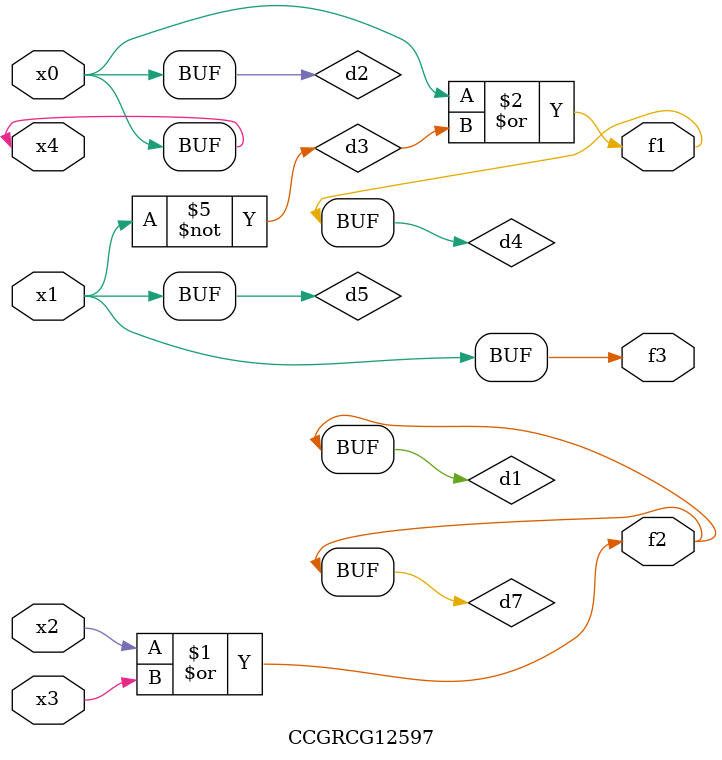
<source format=v>
module CCGRCG12597(
	input x0, x1, x2, x3, x4,
	output f1, f2, f3
);

	wire d1, d2, d3, d4, d5, d6, d7;

	or (d1, x2, x3);
	buf (d2, x0, x4);
	not (d3, x1);
	or (d4, d2, d3);
	not (d5, d3);
	nand (d6, d1, d3);
	or (d7, d1);
	assign f1 = d4;
	assign f2 = d7;
	assign f3 = d5;
endmodule

</source>
